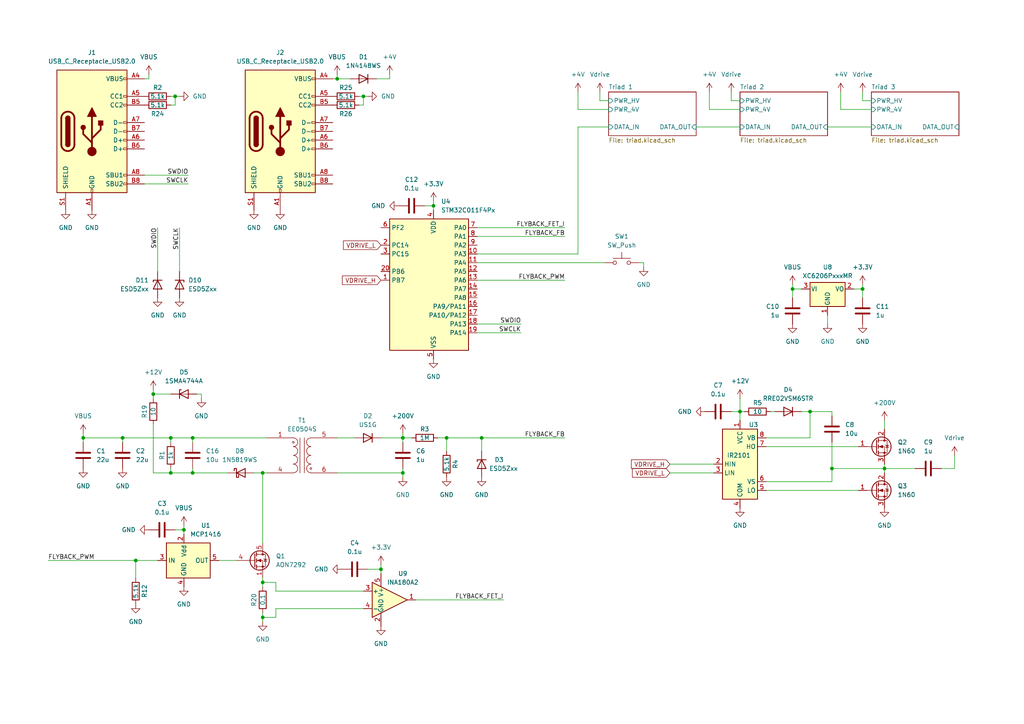
<source format=kicad_sch>
(kicad_sch (version 20230121) (generator eeschema)
  (paper "A4")
  (lib_symbols
    (symbol "Amplifier_Current:INA180A2" (pin_names (offset 0.127))
      (property "Reference" "U" (at 3.81 3.81 0))
      (property "Value" "INA180A2" (at 3.81 -2.54 0))
      (symbol "INA180A2_0_1"
        (polyline (pts (xy 5.08 0) (xy -5.08 5.08) (xy -5.08 -5.08) (xy 5.08 0)) (stroke (width 0.254)) (fill (type background)))
      )
      (symbol "INA180A2_1_1"
        (pin output line (at 7.62 0 180) (length 2.54) (name "~") (number "1"))
        (pin power_in line (at -2.54 -7.62 90) (length 3.81) (name "GND") (number "2"))
        (pin input line (at -7.62 2.54 0) (length 2.54) (name "+") (number "3"))
        (pin input line (at -7.62 -2.54 0) (length 2.54) (name "-") (number "4"))
        (pin power_in line (at -2.54 7.62 270) (length 3.81) (name "V+") (number "5"))
      )
    )
    (symbol "Connector:USB_C_Receptacle_USB2.0" (pin_names (offset 1.016))
      (property "Reference" "J" (at -10.16 19.05 0))
      (property "Value" "USB_C_Receptacle_USB2.0" (at 19.05 19.05 0))
      (symbol "USB_C_Receptacle_USB2.0_0_0"
        (rectangle (start -0.254 -17.78) (end 0.254 -16.764))
        (rectangle (start 10.16 -14.986) (end 9.144 -15.494))
        (rectangle (start 10.16 -12.446) (end 9.144 -12.954))
        (rectangle (start 10.16 -4.826) (end 9.144 -5.334))
        (rectangle (start 10.16 -2.286) (end 9.144 -2.794))
        (rectangle (start 10.16 0.254) (end 9.144 -0.254))
        (rectangle (start 10.16 2.794) (end 9.144 2.286))
        (rectangle (start 10.16 7.874) (end 9.144 7.366))
        (rectangle (start 10.16 10.414) (end 9.144 9.906))
        (rectangle (start 10.16 15.494) (end 9.144 14.986))
      )
      (symbol "USB_C_Receptacle_USB2.0_0_1"
        (rectangle (start -10.16 17.78) (end 10.16 -17.78) (stroke (width 0.254)) (fill (type background)))
        (arc (start -8.89 -3.81) (mid -6.985 -5.7067) (end -5.08 -3.81) (stroke (width 0.508)))
        (arc (start -7.62 -3.81) (mid -6.985 -4.4423) (end -6.35 -3.81) (stroke (width 0.254)))
        (arc (start -7.62 -3.81) (mid -6.985 -4.4423) (end -6.35 -3.81) (stroke (width 0.254)) (fill (type outline)))
        (rectangle (start -7.62 -3.81) (end -6.35 3.81) (stroke (width 0.254)) (fill (type outline)))
        (arc (start -6.35 3.81) (mid -6.985 4.4423) (end -7.62 3.81) (stroke (width 0.254)))
        (arc (start -6.35 3.81) (mid -6.985 4.4423) (end -7.62 3.81) (stroke (width 0.254)) (fill (type outline)))
        (arc (start -5.08 3.81) (mid -6.985 5.7067) (end -8.89 3.81) (stroke (width 0.508)))
        (circle (center -2.54 1.143) (radius 0.635) (stroke (width 0.254)) (fill (type outline)))
        (circle (center 0 -5.842) (radius 1.27) (fill (type outline)))
        (polyline (pts (xy -8.89 -3.81) (xy -8.89 3.81)) (stroke (width 0.508)))
        (polyline (pts (xy -5.08 3.81) (xy -5.08 -3.81)) (stroke (width 0.508)))
        (polyline (pts (xy 0 -5.842) (xy 0 4.318)) (stroke (width 0.508)))
        (polyline (pts (xy 0 -3.302) (xy -2.54 -0.762) (xy -2.54 0.508)) (stroke (width 0.508)))
        (polyline (pts (xy 0 -2.032) (xy 2.54 0.508) (xy 2.54 1.778)) (stroke (width 0.508)))
        (polyline (pts (xy -1.27 4.318) (xy 0 6.858) (xy 1.27 4.318) (xy -1.27 4.318)) (stroke (width 0.254)) (fill (type outline)))
        (rectangle (start 1.905 1.778) (end 3.175 3.048) (stroke (width 0.254)) (fill (type outline)))
      )
      (symbol "USB_C_Receptacle_USB2.0_1_1"
        (pin passive line (at 0 -22.86 90) (length 5.08) (name "GND") (number "A1"))
        (pin passive line (at 0 -22.86 90) (length 5.08) hide (name "GND") (number "A12"))
        (pin passive line (at 15.24 15.24 180) (length 5.08) (name "VBUS") (number "A4"))
        (pin bidirectional line (at 15.24 10.16 180) (length 5.08) (name "CC1") (number "A5"))
        (pin bidirectional line (at 15.24 -2.54 180) (length 5.08) (name "D+") (number "A6"))
        (pin bidirectional line (at 15.24 2.54 180) (length 5.08) (name "D-") (number "A7"))
        (pin bidirectional line (at 15.24 -12.7 180) (length 5.08) (name "SBU1") (number "A8"))
        (pin passive line (at 15.24 15.24 180) (length 5.08) hide (name "VBUS") (number "A9"))
        (pin passive line (at 0 -22.86 90) (length 5.08) hide (name "GND") (number "B1"))
        (pin passive line (at 0 -22.86 90) (length 5.08) hide (name "GND") (number "B12"))
        (pin passive line (at 15.24 15.24 180) (length 5.08) hide (name "VBUS") (number "B4"))
        (pin bidirectional line (at 15.24 7.62 180) (length 5.08) (name "CC2") (number "B5"))
        (pin bidirectional line (at 15.24 -5.08 180) (length 5.08) (name "D+") (number "B6"))
        (pin bidirectional line (at 15.24 0 180) (length 5.08) (name "D-") (number "B7"))
        (pin bidirectional line (at 15.24 -15.24 180) (length 5.08) (name "SBU2") (number "B8"))
        (pin passive line (at 15.24 15.24 180) (length 5.08) hide (name "VBUS") (number "B9"))
        (pin passive line (at -7.62 -22.86 90) (length 5.08) (name "SHIELD") (number "S1"))
      )
    )
    (symbol "Device:C" (pin_numbers hide) (pin_names (offset 0.254))
      (property "Reference" "C" (at 0.635 2.54 0))
      (property "Value" "C" (at 0.635 -2.54 0))
      (symbol "C_0_1"
        (polyline (pts (xy -2.032 -0.762) (xy 2.032 -0.762)) (stroke (width 0.508)))
        (polyline (pts (xy -2.032 0.762) (xy 2.032 0.762)) (stroke (width 0.508)))
      )
      (symbol "C_1_1"
        (pin passive line (at 0 3.81 270) (length 2.794) (name "~") (number "1"))
        (pin passive line (at 0 -3.81 90) (length 2.794) (name "~") (number "2"))
      )
    )
    (symbol "Device:R" (pin_numbers hide) (pin_names (offset 0))
      (property "Reference" "R" (at 2.032 0 90))
      (property "Value" "R" (at 0 0 90))
      (symbol "R_0_1"
        (rectangle (start -1.016 -2.54) (end 1.016 2.54) (stroke (width 0.254)))
      )
      (symbol "R_1_1"
        (pin passive line (at 0 3.81 270) (length 1.27) (name "~") (number "1"))
        (pin passive line (at 0 -3.81 90) (length 1.27) (name "~") (number "2"))
      )
    )
    (symbol "Diode:1N4148WS" (pin_numbers hide) (pin_names hide)
      (property "Reference" "D" (at 0 2.54 0))
      (property "Value" "1N4148WS" (at 0 -2.54 0))
      (symbol "1N4148WS_0_1"
        (polyline (pts (xy -1.27 1.27) (xy -1.27 -1.27)) (stroke (width 0.254)))
        (polyline (pts (xy 1.27 0) (xy -1.27 0)))
        (polyline (pts (xy 1.27 1.27) (xy 1.27 -1.27) (xy -1.27 0) (xy 1.27 1.27)) (stroke (width 0.254)))
      )
      (symbol "1N4148WS_1_1"
        (pin passive line (at -3.81 0 0) (length 2.54) (name "K") (number "1"))
        (pin passive line (at 3.81 0 180) (length 2.54) (name "A") (number "2"))
      )
    )
    (symbol "Diode:1N5819WS" (pin_numbers hide) (pin_names (offset 1.016) hide)
      (property "Reference" "D" (at 0 2.54 0))
      (property "Value" "1N5819WS" (at 0 -2.54 0))
      (symbol "1N5819WS_0_1"
        (polyline (pts (xy 1.27 0) (xy -1.27 0)))
        (polyline (pts (xy 1.27 1.27) (xy 1.27 -1.27) (xy -1.27 0) (xy 1.27 1.27)) (stroke (width 0.254)))
        (polyline (pts (xy -1.905 0.635) (xy -1.905 1.27) (xy -1.27 1.27) (xy -1.27 -1.27) (xy -0.635 -1.27) (xy -0.635 -0.635)) (stroke (width 0.254)))
      )
      (symbol "1N5819WS_1_1"
        (pin passive line (at -3.81 0 0) (length 2.54) (name "K") (number "1"))
        (pin passive line (at 3.81 0 180) (length 2.54) (name "A") (number "2"))
      )
    )
    (symbol "Diode:ESD5Zxx" (pin_numbers hide) (pin_names hide)
      (property "Reference" "D" (at 0 2.54 0))
      (property "Value" "ESD5Zxx" (at 0 -2.54 0))
      (symbol "ESD5Zxx_0_1"
        (polyline (pts (xy 1.27 0) (xy -1.27 0)))
        (polyline (pts (xy -1.27 -1.27) (xy -1.27 1.27) (xy -0.762 1.27)) (stroke (width 0.254)))
        (polyline (pts (xy 1.27 -1.27) (xy 1.27 1.27) (xy -1.27 0) (xy 1.27 -1.27)) (stroke (width 0.254)))
      )
      (symbol "ESD5Zxx_1_1"
        (pin passive line (at -3.81 0 0) (length 2.54) (name "K") (number "1"))
        (pin passive line (at 3.81 0 180) (length 2.54) (name "A") (number "2"))
      )
    )
    (symbol "Diode:US1G" (pin_numbers hide) (pin_names hide)
      (property "Reference" "D" (at 0 2.54 0))
      (property "Value" "US1G" (at 0 -2.54 0))
      (symbol "US1G_0_1"
        (polyline (pts (xy -1.27 1.27) (xy -1.27 -1.27)) (stroke (width 0.254)))
        (polyline (pts (xy 1.27 0) (xy -1.27 0)))
        (polyline (pts (xy 1.27 1.27) (xy 1.27 -1.27) (xy -1.27 0) (xy 1.27 1.27)) (stroke (width 0.254)))
      )
      (symbol "US1G_1_1"
        (pin passive line (at -3.81 0 0) (length 2.54) (name "K") (number "1"))
        (pin passive line (at 3.81 0 180) (length 2.54) (name "A") (number "2"))
      )
    )
    (symbol "Diode:Z1SMAxxx" (pin_numbers hide) (pin_names hide)
      (property "Reference" "D" (at 0 2.54 0))
      (property "Value" "Z1SMAxxx" (at 0 -2.54 0))
      (symbol "Z1SMAxxx_0_1"
        (polyline (pts (xy 1.27 0) (xy -1.27 0)))
        (polyline (pts (xy -1.27 -1.27) (xy -1.27 1.27) (xy -0.762 1.27)) (stroke (width 0.254)))
        (polyline (pts (xy 1.27 -1.27) (xy 1.27 1.27) (xy -1.27 0) (xy 1.27 -1.27)) (stroke (width 0.254)))
      )
      (symbol "Z1SMAxxx_1_1"
        (pin passive line (at -3.81 0 0) (length 2.54) (name "K") (number "1"))
        (pin passive line (at 3.81 0 180) (length 2.54) (name "A") (number "2"))
      )
    )
    (symbol "Driver_FET:IR2101"
      (property "Reference" "U" (at 1.27 13.335 0))
      (property "Value" "IR2101" (at 1.27 11.43 0))
      (symbol "IR2101_0_1"
        (rectangle (start -5.08 -10.16) (end 5.08 10.16) (stroke (width 0.254)) (fill (type background)))
      )
      (symbol "IR2101_1_1"
        (pin power_in line (at 0 12.7 270) (length 2.54) (name "VCC") (number "1"))
        (pin input line (at -7.62 0 0) (length 2.54) (name "HIN") (number "2"))
        (pin input line (at -7.62 -2.54 0) (length 2.54) (name "LIN") (number "3"))
        (pin power_in line (at 0 -12.7 90) (length 2.54) (name "COM") (number "4"))
        (pin output line (at 7.62 -7.62 180) (length 2.54) (name "LO") (number "5"))
        (pin passive line (at 7.62 -5.08 180) (length 2.54) (name "VS") (number "6"))
        (pin output line (at 7.62 5.08 180) (length 2.54) (name "HO") (number "7"))
        (pin passive line (at 7.62 7.62 180) (length 2.54) (name "VB") (number "8"))
      )
    )
    (symbol "Driver_FET:MCP1416"
      (property "Reference" "U" (at -5.08 6.35 0))
      (property "Value" "MCP1416" (at 1.27 6.35 0))
      (symbol "MCP1416_0_1"
        (rectangle (start -5.08 5.08) (end 7.62 -5.08) (stroke (width 0.254)) (fill (type background)))
      )
      (symbol "MCP1416_1_1"
        (pin no_connect line (at 7.62 -2.54 180) (length 2.54) hide (name "NC") (number "1"))
        (pin power_in line (at 0 7.62 270) (length 2.54) (name "Vdd") (number "2"))
        (pin input line (at -7.62 0 0) (length 2.54) (name "IN") (number "3"))
        (pin power_in line (at 0 -7.62 90) (length 2.54) (name "GND") (number "4"))
        (pin output line (at 10.16 0 180) (length 2.54) (name "OUT") (number "5"))
      )
    )
    (symbol "MCU_ST_STM32C0:STM32C011F4Px"
      (property "Reference" "U" (at -10.16 21.59 0))
      (property "Value" "STM32C011F4Px" (at 5.08 21.59 0))
      (symbol "STM32C011F4Px_0_1"
        (rectangle (start -10.16 -17.78) (end 12.7 20.32) (stroke (width 0.254)) (fill (type background)))
      )
      (symbol "STM32C011F4Px_1_1"
        (pin bidirectional line (at -12.7 2.54 0) (length 2.54) (name "PB7") (number "1"))
        (pin bidirectional line (at 15.24 10.16 180) (length 2.54) (name "PA3") (number "10"))
        (pin bidirectional line (at 15.24 7.62 180) (length 2.54) (name "PA4") (number "11"))
        (pin bidirectional line (at 15.24 5.08 180) (length 2.54) (name "PA5") (number "12"))
        (pin bidirectional line (at 15.24 2.54 180) (length 2.54) (name "PA6") (number "13"))
        (pin bidirectional line (at 15.24 0 180) (length 2.54) (name "PA7") (number "14"))
        (pin bidirectional line (at 15.24 -2.54 180) (length 2.54) (name "PA8") (number "15"))
        (pin bidirectional line (at 15.24 -5.08 180) (length 2.54) (name "PA9/PA11") (number "16"))
        (pin bidirectional line (at 15.24 -7.62 180) (length 2.54) (name "PA10/PA12") (number "17"))
        (pin bidirectional line (at 15.24 -10.16 180) (length 2.54) (name "PA13") (number "18"))
        (pin bidirectional line (at 15.24 -12.7 180) (length 2.54) (name "PA14") (number "19"))
        (pin bidirectional line (at -12.7 12.7 0) (length 2.54) (name "PC14") (number "2"))
        (pin bidirectional line (at -12.7 5.08 0) (length 2.54) (name "PB6") (number "20"))
        (pin bidirectional line (at -12.7 10.16 0) (length 2.54) (name "PC15") (number "3"))
        (pin power_in line (at 2.54 22.86 270) (length 2.54) (name "VDD") (number "4"))
        (pin power_in line (at 2.54 -20.32 90) (length 2.54) (name "VSS") (number "5"))
        (pin bidirectional line (at -12.7 17.78 0) (length 2.54) (name "PF2") (number "6"))
        (pin bidirectional line (at 15.24 17.78 180) (length 2.54) (name "PA0") (number "7"))
        (pin bidirectional line (at 15.24 15.24 180) (length 2.54) (name "PA1") (number "8"))
        (pin bidirectional line (at 15.24 12.7 180) (length 2.54) (name "PA2") (number "9"))
      )
    )
    (symbol "RRE02VSM6STR_2" (pin_numbers hide) (pin_names hide)
      (property "Reference" "D" (at 0 2.54 0))
      (property "Value" "RRE02VSM6STR" (at 0 -2.54 0))
      (symbol "RRE02VSM6STR_2_0_1"
        (polyline (pts (xy -1.27 1.27) (xy -1.27 -1.27)) (stroke (width 0.254)))
        (polyline (pts (xy 1.27 0) (xy -1.27 0)))
        (polyline (pts (xy 1.27 1.27) (xy 1.27 -1.27) (xy -1.27 0) (xy 1.27 1.27)) (stroke (width 0.254)))
      )
      (symbol "RRE02VSM6STR_2_1_1"
        (pin passive line (at -3.81 0 0) (length 2.54) (name "K") (number "1"))
        (pin passive line (at 3.81 0 180) (length 2.54) (name "A") (number "2"))
      )
    )
    (symbol "Regulator_Linear:XC6206PxxxMR" (pin_names (offset 0.254))
      (property "Reference" "U" (at -3.81 3.175 0))
      (property "Value" "XC6206PxxxMR" (at 0 3.175 0))
      (symbol "XC6206PxxxMR_0_1"
        (rectangle (start -5.08 1.905) (end 5.08 -5.08) (stroke (width 0.254)) (fill (type background)))
      )
      (symbol "XC6206PxxxMR_1_1"
        (pin power_in line (at 0 -7.62 90) (length 2.54) (name "GND") (number "1"))
        (pin power_out line (at 7.62 0 180) (length 2.54) (name "VO") (number "2"))
        (pin power_in line (at -7.62 0 0) (length 2.54) (name "VI") (number "3"))
      )
    )
    (symbol "Switch:SW_Push" (pin_numbers hide) (pin_names (offset 1.016) hide)
      (property "Reference" "SW" (at 1.27 2.54 0))
      (property "Value" "SW_Push" (at 0 -1.524 0))
      (symbol "SW_Push_0_1"
        (circle (center -2.032 0) (radius 0.508))
        (polyline (pts (xy 0 1.27) (xy 0 3.048)))
        (polyline (pts (xy 2.54 1.27) (xy -2.54 1.27)))
        (circle (center 2.032 0) (radius 0.508))
        (pin passive line (at -5.08 0 0) (length 2.54) (name "1") (number "1"))
        (pin passive line (at 5.08 0 180) (length 2.54) (name "2") (number "2"))
      )
    )
    (symbol "Transistor_FET:BSP89" (pin_names hide)
      (property "Reference" "Q" (at 5.08 1.905 0))
      (property "Value" "BSP89" (at 5.08 0 0))
      (symbol "BSP89_0_1"
        (polyline (pts (xy 0.254 0) (xy -2.54 0)))
        (polyline (pts (xy 0.254 1.905) (xy 0.254 -1.905)) (stroke (width 0.254)))
        (polyline (pts (xy 0.762 -1.27) (xy 0.762 -2.286)) (stroke (width 0.254)))
        (polyline (pts (xy 0.762 0.508) (xy 0.762 -0.508)) (stroke (width 0.254)))
        (polyline (pts (xy 0.762 2.286) (xy 0.762 1.27)) (stroke (width 0.254)))
        (polyline (pts (xy 2.54 2.54) (xy 2.54 1.778)))
        (polyline (pts (xy 2.54 -2.54) (xy 2.54 0) (xy 0.762 0)))
        (polyline (pts (xy 0.762 -1.778) (xy 3.302 -1.778) (xy 3.302 1.778) (xy 0.762 1.778)))
        (polyline (pts (xy 1.016 0) (xy 2.032 0.381) (xy 2.032 -0.381) (xy 1.016 0)) (fill (type outline)))
        (polyline (pts (xy 2.794 0.508) (xy 2.921 0.381) (xy 3.683 0.381) (xy 3.81 0.254)))
        (polyline (pts (xy 3.302 0.381) (xy 2.921 -0.254) (xy 3.683 -0.254) (xy 3.302 0.381)))
        (circle (center 1.651 0) (radius 2.794) (stroke (width 0.254)))
        (circle (center 2.54 -1.778) (radius 0.254) (fill (type outline)))
        (circle (center 2.54 1.778) (radius 0.254) (fill (type outline)))
      )
      (symbol "BSP89_1_1"
        (pin input line (at -5.08 0 0) (length 2.54) (name "G") (number "1"))
        (pin passive line (at 2.54 5.08 270) (length 2.54) (name "D") (number "2"))
        (pin passive line (at 2.54 -5.08 90) (length 2.54) (name "S") (number "3"))
      )
    )
    (symbol "Transistor_FET:CSD16325Q5" (pin_names hide)
      (property "Reference" "Q" (at 5.08 1.905 0))
      (property "Value" "CSD16325Q5" (at 5.08 0 0))
      (symbol "CSD16325Q5_0_1"
        (polyline (pts (xy 0.254 0) (xy -2.54 0)))
        (polyline (pts (xy 0.254 1.905) (xy 0.254 -1.905)) (stroke (width 0.254)))
        (polyline (pts (xy 0.762 -1.27) (xy 0.762 -2.286)) (stroke (width 0.254)))
        (polyline (pts (xy 0.762 0.508) (xy 0.762 -0.508)) (stroke (width 0.254)))
        (polyline (pts (xy 0.762 2.286) (xy 0.762 1.27)) (stroke (width 0.254)))
        (polyline (pts (xy 2.54 2.54) (xy 2.54 1.778)))
        (polyline (pts (xy 2.54 -2.54) (xy 2.54 0) (xy 0.762 0)))
        (polyline (pts (xy 0.762 -1.778) (xy 3.302 -1.778) (xy 3.302 1.778) (xy 0.762 1.778)))
        (polyline (pts (xy 1.016 0) (xy 2.032 0.381) (xy 2.032 -0.381) (xy 1.016 0)) (fill (type outline)))
        (polyline (pts (xy 2.794 0.508) (xy 2.921 0.381) (xy 3.683 0.381) (xy 3.81 0.254)))
        (polyline (pts (xy 3.302 0.381) (xy 2.921 -0.254) (xy 3.683 -0.254) (xy 3.302 0.381)))
        (circle (center 1.651 0) (radius 2.794) (stroke (width 0.254)))
        (circle (center 2.54 -1.778) (radius 0.254) (fill (type outline)))
        (circle (center 2.54 1.778) (radius 0.254) (fill (type outline)))
      )
      (symbol "CSD16325Q5_1_1"
        (pin passive line (at 2.54 -5.08 90) (length 2.54) (name "S") (number "1"))
        (pin passive line (at 2.54 -5.08 90) (length 2.54) hide (name "S") (number "2"))
        (pin passive line (at 2.54 -5.08 90) (length 2.54) hide (name "S") (number "3"))
        (pin passive line (at -5.08 0 0) (length 2.54) (name "G") (number "4"))
        (pin passive line (at 2.54 5.08 270) (length 2.54) (name "D") (number "5"))
      )
    )
    (symbol "__schLib:+200V" (power) (pin_names (offset 0))
      (property "Value" "+200V" (at 0 3.556 0))
      (symbol "+200V_0_1"
        (polyline (pts (xy -0.762 1.27) (xy 0 2.54)))
        (polyline (pts (xy 0 0) (xy 0 2.54)))
        (polyline (pts (xy 0 2.54) (xy 0.762 1.27)))
      )
      (symbol "+200V_1_1"
        (pin power_in line (at 0 0 90) (length 0) hide (name "+200V") (number "1"))
      )
    )
    (symbol "__schLib:EE0504S" (pin_names (offset 1.016) hide)
      (property "Reference" "T" (at 0 6.35 0))
      (property "Value" "EE0504S" (at 0 -7.62 0))
      (symbol "EE0504S_0_1"
        (arc (start -2.54 -5.0546) (mid -1.6599 -4.6901) (end -1.27 -3.81))
        (arc (start -2.54 -2.5146) (mid -1.6599 -2.1501) (end -1.27 -1.27))
        (arc (start -2.54 0.0254) (mid -1.6599 0.3899) (end -1.27 1.27))
        (arc (start -2.54 2.5654) (mid -1.6599 2.9299) (end -1.27 3.81))
        (circle (center -2.54 3.81) (radius 0.254))
        (arc (start -1.27 -3.81) (mid -1.642 -2.912) (end -2.54 -2.54))
        (arc (start -1.27 -1.27) (mid -1.642 -0.372) (end -2.54 0))
        (arc (start -1.27 1.27) (mid -1.642 2.168) (end -2.54 2.54))
        (arc (start -1.27 3.81) (mid -1.642 4.708) (end -2.54 5.08))
        (polyline (pts (xy -0.635 5.08) (xy -0.635 -5.08)))
        (polyline (pts (xy 0.635 -5.08) (xy 0.635 5.08)))
        (arc (start 1.2954 -1.27) (mid 1.6599 -2.1501) (end 2.54 -2.5146))
        (arc (start 1.2954 1.27) (mid 1.6599 0.3899) (end 2.54 0.0254))
        (arc (start 1.2954 3.81) (mid 1.6599 2.9299) (end 2.54 2.5654))
        (arc (start 1.3208 -3.81) (mid 1.6853 -4.6901) (end 2.5654 -5.0546))
        (circle (center 2.54 -3.81) (radius 0.254))
        (arc (start 2.54 0) (mid 1.642 -0.372) (end 1.2954 -1.27))
        (arc (start 2.54 2.54) (mid 1.642 2.168) (end 1.2954 1.27))
        (arc (start 2.54 5.08) (mid 1.642 4.708) (end 1.2954 3.81))
        (arc (start 2.5654 -2.54) (mid 1.6674 -2.912) (end 1.3208 -3.81))
      )
      (symbol "EE0504S_1_1"
        (pin passive line (at -10.16 5.08 0) (length 7.62) (name "AA") (number "1"))
        (pin passive line (at 0 2.54 0) (length 0) hide (name "CA") (number "2"))
        (pin passive line (at 0 1.27 0) (length 0) hide (name "CB") (number "3"))
        (pin passive line (at -10.16 -5.08 0) (length 7.62) (name "AB") (number "4"))
        (pin passive line (at 10.16 5.08 180) (length 7.62) (name "BB") (number "5"))
        (pin passive line (at 10.16 -5.08 180) (length 7.62) (name "BA") (number "6"))
      )
    )
    (symbol "power:+12V" (power) (pin_names (offset 0))
      (property "Value" "+12V" (at 0 3.556 0))
      (symbol "+12V_0_1"
        (polyline (pts (xy -0.762 1.27) (xy 0 2.54)))
        (polyline (pts (xy 0 0) (xy 0 2.54)))
        (polyline (pts (xy 0 2.54) (xy 0.762 1.27)))
      )
      (symbol "+12V_1_1"
        (pin power_in line (at 0 0 90) (length 0) hide (name "+12V") (number "1"))
      )
    )
    (symbol "power:+3.3V" (power) (pin_names (offset 0))
      (property "Value" "+3.3V" (at 0 3.556 0))
      (symbol "+3.3V_0_1"
        (polyline (pts (xy -0.762 1.27) (xy 0 2.54)))
        (polyline (pts (xy 0 0) (xy 0 2.54)))
        (polyline (pts (xy 0 2.54) (xy 0.762 1.27)))
      )
      (symbol "+3.3V_1_1"
        (pin power_in line (at 0 0 90) (length 0) hide (name "+3.3V") (number "1"))
      )
    )
    (symbol "power:+4V" (power) (pin_names (offset 0))
      (property "Value" "+4V" (at 0 3.556 0))
      (symbol "+4V_0_1"
        (polyline (pts (xy -0.762 1.27) (xy 0 2.54)))
        (polyline (pts (xy 0 0) (xy 0 2.54)))
        (polyline (pts (xy 0 2.54) (xy 0.762 1.27)))
      )
      (symbol "+4V_1_1"
        (pin power_in line (at 0 0 90) (length 0) hide (name "+4V") (number "1"))
      )
    )
    (symbol "power:GND" (power) (pin_names (offset 0))
      (property "Value" "GND" (at 0 -3.81 0))
      (symbol "GND_0_1"
        (polyline (pts (xy 0 0) (xy 0 -1.27) (xy 1.27 -1.27) (xy 0 -2.54) (xy -1.27 -1.27) (xy 0 -1.27)))
      )
      (symbol "GND_1_1"
        (pin power_in line (at 0 0 270) (length 0) hide (name "GND") (number "1"))
      )
    )
    (symbol "power:VBUS" (power) (pin_names (offset 0))
      (property "Value" "VBUS" (at 0 3.81 0))
      (symbol "VBUS_0_1"
        (polyline (pts (xy -0.762 1.27) (xy 0 2.54)))
        (polyline (pts (xy 0 0) (xy 0 2.54)))
        (polyline (pts (xy 0 2.54) (xy 0.762 1.27)))
      )
      (symbol "VBUS_1_1"
        (pin power_in line (at 0 0 90) (length 0) hide (name "VBUS") (number "1"))
      )
    )
    (symbol "power:Vdrive" (power) (pin_names (offset 0))
      (property "Value" "Vdrive" (at 0 3.81 0))
      (symbol "Vdrive_0_1"
        (polyline (pts (xy -0.762 1.27) (xy 0 2.54)))
        (polyline (pts (xy 0 0) (xy 0 2.54)))
        (polyline (pts (xy 0 2.54) (xy 0.762 1.27)))
      )
      (symbol "Vdrive_1_1"
        (pin power_in line (at 0 0 90) (length 0) hide (name "Vdrive") (number "1"))
      )
    )
  )
  (junction (at 44.45 114.3))
  (junction (at 35.56 127))
  (junction (at 76.2 137.16))
  (junction (at 214.63 119.38))
  (junction (at 39.37 162.56))
  (junction (at 50.8 27.94))
  (junction (at 229.87 83.82))
  (junction (at 116.84 137.16))
  (junction (at 49.53 127))
  (junction (at 55.88 137.16))
  (junction (at 116.84 127))
  (junction (at 76.2 179.07))
  (junction (at 234.95 119.38))
  (junction (at 139.7 127))
  (junction (at 129.54 127))
  (junction (at 49.53 137.16))
  (junction (at 55.88 127))
  (junction (at 256.54 135.89))
  (junction (at 241.3 135.89))
  (junction (at 105.41 27.94))
  (junction (at 110.49 165.1))
  (junction (at 76.2 168.91))
  (junction (at 24.13 127))
  (junction (at 97.79 22.86))
  (junction (at 53.34 153.67))
  (junction (at 250.19 83.82))
  (junction (at 125.73 59.69))
  (wire (pts (xy 241.3 119.38) (xy 241.3 120.65)))
  (wire (pts (xy 194.31 134.62) (xy 207.01 134.62)))
  (wire (pts (xy 50.8 27.94) (xy 50.8 30.48)))
  (wire (pts (xy 49.53 127) (xy 55.88 127)))
  (wire (pts (xy 173.99 26.67) (xy 173.99 29.21)))
  (wire (pts (xy 252.73 31.75) (xy 243.84 31.75)))
  (wire (pts (xy 104.14 30.48) (xy 105.41 30.48)))
  (wire (pts (xy 138.43 76.2) (xy 175.26 76.2)))
  (wire (pts (xy 139.7 127) (xy 129.54 127)))
  (wire (pts (xy 102.87 127) (xy 97.79 127)))
  (wire (pts (xy 139.7 127) (xy 139.7 130.81)))
  (wire (pts (xy 44.45 137.16) (xy 49.53 137.16)))
  (wire (pts (xy 43.18 22.86) (xy 41.91 22.86)))
  (wire (pts (xy 185.42 76.2) (xy 186.69 76.2)))
  (wire (pts (xy 110.49 163.83) (xy 110.49 165.1)))
  (wire (pts (xy 250.19 26.67) (xy 250.19 29.21)))
  (wire (pts (xy 44.45 123.19) (xy 44.45 137.16)))
  (wire (pts (xy 214.63 31.75) (xy 205.74 31.75)))
  (wire (pts (xy 241.3 128.27) (xy 241.3 135.89)))
  (wire (pts (xy 35.56 128.27) (xy 35.56 127)))
  (wire (pts (xy 43.18 21.59) (xy 43.18 22.86)))
  (wire (pts (xy 76.2 168.91) (xy 80.01 168.91)))
  (wire (pts (xy 212.09 119.38) (xy 214.63 119.38)))
  (wire (pts (xy 49.53 30.48) (xy 50.8 30.48)))
  (wire (pts (xy 240.03 91.44) (xy 240.03 93.98)))
  (wire (pts (xy 223.52 119.38) (xy 224.79 119.38)))
  (wire (pts (xy 110.49 127) (xy 116.84 127)))
  (wire (pts (xy 80.01 168.91) (xy 80.01 171.45)))
  (wire (pts (xy 240.03 36.83) (xy 252.73 36.83)))
  (wire (pts (xy 116.84 125.73) (xy 116.84 127)))
  (wire (pts (xy 116.84 137.16) (xy 116.84 135.89)))
  (wire (pts (xy 167.64 31.75) (xy 167.64 26.67)))
  (wire (pts (xy 57.15 114.3) (xy 58.42 114.3)))
  (wire (pts (xy 77.47 137.16) (xy 76.2 137.16)))
  (wire (pts (xy 120.65 173.99) (xy 146.05 173.99)))
  (wire (pts (xy 53.34 153.67) (xy 53.34 154.94)))
  (wire (pts (xy 80.01 176.53) (xy 105.41 176.53)))
  (wire (pts (xy 55.88 127) (xy 55.88 128.27)))
  (wire (pts (xy 234.95 119.38) (xy 241.3 119.38)))
  (wire (pts (xy 49.53 137.16) (xy 55.88 137.16)))
  (wire (pts (xy 80.01 179.07) (xy 80.01 176.53)))
  (wire (pts (xy 76.2 170.18) (xy 76.2 168.91)))
  (wire (pts (xy 138.43 66.04) (xy 163.83 66.04)))
  (wire (pts (xy 167.64 36.83) (xy 167.64 73.66)))
  (wire (pts (xy 243.84 31.75) (xy 243.84 26.67)))
  (wire (pts (xy 104.14 27.94) (xy 105.41 27.94)))
  (wire (pts (xy 44.45 113.03) (xy 44.45 114.3)))
  (wire (pts (xy 76.2 179.07) (xy 76.2 177.8)))
  (wire (pts (xy 97.79 22.86) (xy 101.6 22.86)))
  (wire (pts (xy 234.95 127) (xy 234.95 119.38)))
  (wire (pts (xy 113.03 22.86) (xy 113.03 21.59)))
  (wire (pts (xy 186.69 76.2) (xy 186.69 77.47)))
  (wire (pts (xy 138.43 81.28) (xy 163.83 81.28)))
  (wire (pts (xy 44.45 114.3) (xy 49.53 114.3)))
  (wire (pts (xy 49.53 135.89) (xy 49.53 137.16)))
  (wire (pts (xy 45.72 66.04) (xy 45.72 78.74)))
  (wire (pts (xy 105.41 171.45) (xy 80.01 171.45)))
  (wire (pts (xy 241.3 139.7) (xy 241.3 135.89)))
  (wire (pts (xy 53.34 152.4) (xy 53.34 153.67)))
  (wire (pts (xy 250.19 29.21) (xy 252.73 29.21)))
  (wire (pts (xy 222.25 127) (xy 234.95 127)))
  (wire (pts (xy 77.47 127) (xy 55.88 127)))
  (wire (pts (xy 256.54 135.89) (xy 265.43 135.89)))
  (wire (pts (xy 24.13 127) (xy 35.56 127)))
  (wire (pts (xy 123.19 59.69) (xy 125.73 59.69)))
  (wire (pts (xy 49.53 27.94) (xy 50.8 27.94)))
  (wire (pts (xy 247.65 83.82) (xy 250.19 83.82)))
  (wire (pts (xy 256.54 134.62) (xy 256.54 135.89)))
  (wire (pts (xy 205.74 31.75) (xy 205.74 26.67)))
  (wire (pts (xy 229.87 82.55) (xy 229.87 83.82)))
  (wire (pts (xy 44.45 114.3) (xy 44.45 115.57)))
  (wire (pts (xy 194.31 137.16) (xy 207.01 137.16)))
  (wire (pts (xy 250.19 82.55) (xy 250.19 83.82)))
  (wire (pts (xy 63.5 162.56) (xy 68.58 162.56)))
  (wire (pts (xy 116.84 127) (xy 119.38 127)))
  (wire (pts (xy 24.13 125.73) (xy 24.13 127)))
  (wire (pts (xy 97.79 137.16) (xy 116.84 137.16)))
  (wire (pts (xy 229.87 83.82) (xy 229.87 86.36)))
  (wire (pts (xy 212.09 29.21) (xy 214.63 29.21)))
  (wire (pts (xy 222.25 129.54) (xy 248.92 129.54)))
  (wire (pts (xy 201.93 36.83) (xy 214.63 36.83)))
  (wire (pts (xy 110.49 165.1) (xy 110.49 166.37)))
  (wire (pts (xy 138.43 68.58) (xy 163.83 68.58)))
  (wire (pts (xy 176.53 31.75) (xy 167.64 31.75)))
  (wire (pts (xy 125.73 58.42) (xy 125.73 59.69)))
  (wire (pts (xy 273.05 135.89) (xy 276.86 135.89)))
  (wire (pts (xy 241.3 135.89) (xy 256.54 135.89)))
  (wire (pts (xy 50.8 27.94) (xy 52.07 27.94)))
  (wire (pts (xy 139.7 127) (xy 163.83 127)))
  (wire (pts (xy 222.25 142.24) (xy 248.92 142.24)))
  (wire (pts (xy 49.53 128.27) (xy 49.53 127)))
  (wire (pts (xy 256.54 135.89) (xy 256.54 137.16)))
  (wire (pts (xy 232.41 119.38) (xy 234.95 119.38)))
  (wire (pts (xy 55.88 137.16) (xy 55.88 135.89)))
  (wire (pts (xy 214.63 119.38) (xy 215.9 119.38)))
  (wire (pts (xy 214.63 119.38) (xy 214.63 121.92)))
  (wire (pts (xy 76.2 168.91) (xy 76.2 167.64)))
  (wire (pts (xy 176.53 36.83) (xy 167.64 36.83)))
  (wire (pts (xy 54.61 50.8) (xy 41.91 50.8)))
  (wire (pts (xy 105.41 27.94) (xy 105.41 30.48)))
  (wire (pts (xy 35.56 127) (xy 49.53 127)))
  (wire (pts (xy 250.19 83.82) (xy 250.19 86.36)))
  (wire (pts (xy 24.13 127) (xy 24.13 128.27)))
  (wire (pts (xy 54.61 53.34) (xy 41.91 53.34)))
  (wire (pts (xy 109.22 22.86) (xy 113.03 22.86)))
  (wire (pts (xy 151.13 93.98) (xy 138.43 93.98)))
  (wire (pts (xy 58.42 114.3) (xy 58.42 115.57)))
  (wire (pts (xy 39.37 162.56) (xy 39.37 167.64)))
  (wire (pts (xy 105.41 27.94) (xy 106.68 27.94)))
  (wire (pts (xy 52.07 66.04) (xy 52.07 78.74)))
  (wire (pts (xy 173.99 29.21) (xy 176.53 29.21)))
  (wire (pts (xy 76.2 137.16) (xy 76.2 157.48)))
  (wire (pts (xy 127 127) (xy 129.54 127)))
  (wire (pts (xy 66.04 137.16) (xy 55.88 137.16)))
  (wire (pts (xy 229.87 83.82) (xy 232.41 83.82)))
  (wire (pts (xy 256.54 121.92) (xy 256.54 124.46)))
  (wire (pts (xy 50.8 153.67) (xy 53.34 153.67)))
  (wire (pts (xy 73.66 137.16) (xy 76.2 137.16)))
  (wire (pts (xy 129.54 127) (xy 129.54 130.81)))
  (wire (pts (xy 151.13 96.52) (xy 138.43 96.52)))
  (wire (pts (xy 138.43 73.66) (xy 167.64 73.66)))
  (wire (pts (xy 13.97 162.56) (xy 39.37 162.56)))
  (wire (pts (xy 125.73 59.69) (xy 125.73 60.96)))
  (wire (pts (xy 214.63 115.57) (xy 214.63 119.38)))
  (wire (pts (xy 222.25 139.7) (xy 241.3 139.7)))
  (wire (pts (xy 116.84 127) (xy 116.84 128.27)))
  (wire (pts (xy 39.37 162.56) (xy 45.72 162.56)))
  (wire (pts (xy 106.68 165.1) (xy 110.49 165.1)))
  (wire (pts (xy 97.79 21.59) (xy 97.79 22.86)))
  (wire (pts (xy 76.2 179.07) (xy 80.01 179.07)))
  (wire (pts (xy 116.84 137.16) (xy 116.84 138.43)))
  (wire (pts (xy 212.09 26.67) (xy 212.09 29.21)))
  (wire (pts (xy 97.79 22.86) (xy 96.52 22.86)))
  (wire (pts (xy 76.2 180.34) (xy 76.2 179.07)))
  (wire (pts (xy 276.86 135.89) (xy 276.86 132.08)))
  (label "FLYBACK_PWM" (at 13.97 162.56 0))
  (label "SWDIO" (at 45.72 66.04 270))
  (label "SWCLK" (at 52.07 66.04 270))
  (label "FLYBACK_FB" (at 163.83 127 180))
  (label "FLYBACK_FB" (at 163.83 68.58 180))
  (label "FLYBACK_FET_I" (at 163.83 66.04 180))
  (label "SWDIO" (at 151.13 93.98 180))
  (label "FLYBACK_PWM" (at 163.83 81.28 180))
  (label "FLYBACK_FET_I" (at 146.05 173.99 180))
  (label "SWCLK" (at 54.61 53.34 180))
  (label "SWCLK" (at 151.13 96.52 180))
  (label "SWDIO" (at 54.61 50.8 180))
  (global_label "VDRIVE_L" (shape input) (at 110.49 71.12 180) (property "Intersheetrefs" "${INTERSHEET_REFS}" (effects hide)))
  (global_label "VDRIVE_L" (shape input) (at 194.31 137.16 180) (property "Intersheetrefs" "${INTERSHEET_REFS}" (effects hide)))
  (global_label "VDRIVE_H" (shape input) (at 110.49 81.28 180) (property "Intersheetrefs" "${INTERSHEET_REFS}" (effects hide)))
  (global_label "VDRIVE_H" (shape input) (at 194.31 134.62 180) (property "Intersheetrefs" "${INTERSHEET_REFS}" (effects hide)))
  (symbol (lib_id "Diode:ESD5Zxx") (at 52.07 82.55 270) (unit 1)
    (property "Reference" "D10" (at 54.61 81.28 90) (effects (justify left)))
    (property "Value" "ESD5Zxx" (at 54.61 83.82 90) (effects (justify left)))
    (property "Footprint" "Diode_SMD:D_SOD-523" (effects hide))
    (property "Datasheet" "https://www.onsemi.com/pdf/datasheet/esd5z2.5t1-d.pdf" (effects hide))
  )
  (symbol (lib_id "Transistor_FET:BSP89") (at 254 142.24 0) (unit 1)
    (property "Reference" "Q3" (at 260.35 140.97 0) (effects (justify left)))
    (property "Value" "1N60" (at 260.35 143.51 0) (effects (justify left)))
    (property "Footprint" "Package_TO_SOT_SMD:SOT-223-3_TabPin2" (effects hide))
  )
  (symbol (lib_id "Amplifier_Current:INA180A2") (at 113.03 173.99 0) (unit 1)
    (property "Reference" "U9" (at 116.84 166.37 0))
    (property "Value" "INA180A2" (at 116.84 168.91 0))
    (property "Footprint" "Package_TO_SOT_SMD:SOT-23-5" (effects hide))
    (property "Datasheet" "http://www.ti.com/lit/ds/symlink/ina180.pdf" (effects hide))
  )
  (symbol (lib_id "Device:R") (at 123.19 127 270) (mirror x) (unit 1)
    (property "Reference" "R3" (at 123.19 124.46 90))
    (property "Value" "1M" (at 123.19 127 90))
    (property "Footprint" "Resistor_SMD:R_1206_3216Metric" (effects hide))
  )
  (symbol (lib_id "Diode:ESD5Zxx") (at 45.72 82.55 90) (mirror x) (unit 1)
    (property "Reference" "D11" (at 43.18 81.28 90) (effects (justify left)))
    (property "Value" "ESD5Zxx" (at 43.18 83.82 90) (effects (justify left)))
    (property "Footprint" "Diode_SMD:D_SOD-523" (effects hide))
    (property "Datasheet" "https://www.onsemi.com/pdf/datasheet/esd5z2.5t1-d.pdf" (effects hide))
  )
  (symbol (lib_id "power:VBUS") (at 53.34 152.4 0) (unit 1)
    (property "Reference" "#PWR01" (effects hide))
    (property "Value" "VBUS" (at 53.34 147.32 0))
  )
  (symbol (lib_id "power:GND") (at 39.37 175.26 0) (mirror y) (unit 1)
    (property "Reference" "#PWR040" (effects hide))
    (property "Value" "GND" (at 39.37 180.34 0))
  )
  (symbol (lib_id "Device:R") (at 219.71 119.38 90) (unit 1)
    (property "Reference" "R5" (at 219.71 116.84 90))
    (property "Value" "10" (at 219.71 119.38 90))
    (property "Footprint" "Resistor_SMD:R_0402_1005Metric" (effects hide))
  )
  (symbol (lib_name "RRE02VSM6STR_2") (lib_id "__schLib:RRE02VSM6STR") (at 228.6 119.38 0) (mirror y) (unit 1)
    (property "Reference" "D4" (at 228.6 113.03 0))
    (property "Value" "RRE02VSM6STR" (at 228.6 115.57 0))
    (property "Footprint" "__my:SOD-323HE" (effects hide))
    (property "Sim.Device" "D" (effects hide))
    (property "Sim.Pins" "1=K 2=A" (effects hide))
  )
  (symbol (lib_id "Switch:SW_Push") (at 180.34 76.2 0) (unit 1)
    (property "Reference" "SW1" (at 180.34 68.58 0))
    (property "Value" "SW_Push" (at 180.34 71.12 0))
    (property "Footprint" "Button_Switch_SMD:SW_SPST_CK_RS282G05A3" (effects hide))
  )
  (symbol (lib_id "__schLib:EE0504S") (at 87.63 132.08 0) (unit 1)
    (property "Reference" "T1" (at 87.63 121.92 0))
    (property "Value" "EE0504S" (at 87.63 124.46 0))
    (property "Footprint" "__my:EE0504S" (effects hide))
  )
  (symbol (lib_id "Device:C") (at 24.13 132.08 0) (unit 1)
    (property "Reference" "C1" (at 27.94 130.81 0) (effects (justify left)))
    (property "Value" "22u" (at 27.94 133.35 0) (effects (justify left)))
    (property "Footprint" "Capacitor_SMD:C_1206_3216Metric" (effects hide))
  )
  (symbol (lib_id "Transistor_FET:BSP89") (at 254 129.54 0) (unit 1)
    (property "Reference" "Q2" (at 260.35 128.27 0) (effects (justify left)))
    (property "Value" "1N60" (at 260.35 130.81 0) (effects (justify left)))
    (property "Footprint" "Package_TO_SOT_SMD:SOT-223-3_TabPin2" (effects hide))
  )
  (symbol (lib_id "power:GND") (at 106.68 27.94 90) (mirror x) (unit 1)
    (property "Reference" "#PWR065" (effects hide))
    (property "Value" "GND" (at 110.49 27.94 90) (effects (justify right)))
  )
  (symbol (lib_id "Device:R") (at 45.72 30.48 270) (unit 1)
    (property "Reference" "R24" (at 45.72 33.02 90))
    (property "Value" "5.1k" (at 45.72 30.48 90))
    (property "Footprint" "Resistor_SMD:R_0402_1005Metric" (effects hide))
  )
  (symbol (lib_id "Device:R") (at 39.37 171.45 0) (mirror x) (unit 1)
    (property "Reference" "R12" (at 41.91 171.45 90))
    (property "Value" "5.1k" (at 39.37 171.45 90))
    (property "Footprint" "Resistor_SMD:R_0402_1005Metric" (effects hide))
  )
  (symbol (lib_id "power:+3.3V") (at 125.73 58.42 0) (unit 1)
    (property "Reference" "#PWR038" (effects hide))
    (property "Value" "+3.3V" (at 125.73 53.34 0))
  )
  (symbol (lib_id "Device:C") (at 241.3 124.46 180) (unit 1)
    (property "Reference" "C8" (at 245.11 123.19 0) (effects (justify right)))
    (property "Value" "10u" (at 245.11 125.73 0) (effects (justify right)))
    (property "Footprint" "Capacitor_SMD:C_0603_1608Metric" (effects hide))
  )
  (symbol (lib_id "power:+4V") (at 113.03 21.59 0) (unit 1)
    (property "Reference" "#PWR028" (effects hide))
    (property "Value" "+4V" (at 113.03 16.51 0))
  )
  (symbol (lib_id "Diode:1N4148WS") (at 105.41 22.86 180) (unit 1)
    (property "Reference" "D1" (at 105.41 16.51 0))
    (property "Value" "1N4148WS" (at 105.41 19.05 0))
    (property "Footprint" "Diode_SMD:D_SOD-323" (effects hide))
    (property "Datasheet" "https://www.vishay.com/docs/85751/1n4148ws.pdf" (effects hide))
    (property "Sim.Device" "D" (effects hide))
    (property "Sim.Pins" "1=K 2=A" (effects hide))
  )
  (symbol (lib_id "power:VBUS") (at 24.13 125.73 0) (unit 1)
    (property "Reference" "#PWR041" (effects hide))
    (property "Value" "VBUS" (at 24.13 120.65 0))
  )
  (symbol (lib_id "Device:R") (at 44.45 119.38 180) (unit 1)
    (property "Reference" "R19" (at 41.91 119.38 90))
    (property "Value" "10" (at 44.45 119.38 90))
    (property "Footprint" "Resistor_SMD:R_0402_1005Metric" (effects hide))
  )
  (symbol (lib_id "power:GND") (at 19.05 60.96 0) (mirror y) (unit 1)
    (property "Reference" "#PWR062" (effects hide))
    (property "Value" "GND" (at 19.05 66.04 0))
  )
  (symbol (lib_id "Device:R") (at 100.33 30.48 270) (unit 1)
    (property "Reference" "R26" (at 100.33 33.02 90))
    (property "Value" "5.1k" (at 100.33 30.48 90))
    (property "Footprint" "Resistor_SMD:R_0402_1005Metric" (effects hide))
  )
  (symbol (lib_id "power:GND") (at 99.06 165.1 270) (unit 1)
    (property "Reference" "#PWR047" (effects hide))
    (property "Value" "GND" (at 95.25 165.1 90) (effects (justify right)))
  )
  (symbol (lib_id "power:GND") (at 24.13 135.89 0) (mirror y) (unit 1)
    (property "Reference" "#PWR02" (effects hide))
    (property "Value" "GND" (at 24.13 140.97 0))
  )
  (symbol (lib_id "Device:C") (at 55.88 132.08 180) (unit 1)
    (property "Reference" "C16" (at 59.69 130.81 0) (effects (justify right)))
    (property "Value" "10u" (at 59.69 133.35 0) (effects (justify right)))
    (property "Footprint" "Capacitor_SMD:C_0603_1608Metric" (effects hide))
  )
  (symbol (lib_id "Device:C") (at 35.56 132.08 0) (unit 1)
    (property "Reference" "C2" (at 39.37 130.81 0) (effects (justify left)))
    (property "Value" "22u" (at 39.37 133.35 0) (effects (justify left)))
    (property "Footprint" "Capacitor_SMD:C_1206_3216Metric" (effects hide))
  )
  (symbol (lib_id "power:+3.3V") (at 250.19 82.55 0) (unit 1)
    (property "Reference" "#PWR024" (effects hide))
    (property "Value" "+3.3V" (at 250.19 77.47 0))
  )
  (symbol (lib_id "power:Vdrive") (at 173.99 26.67 0) (unit 1)
    (property "Reference" "#PWR029" (effects hide))
    (property "Value" "Vdrive" (at 173.99 21.59 0))
  )
  (symbol (lib_id "Connector:USB_C_Receptacle_USB2.0") (at 81.28 38.1 0) (unit 1)
    (property "Reference" "J2" (at 81.28 15.24 0))
    (property "Value" "USB_C_Receptacle_USB2.0" (at 81.28 17.78 0))
    (property "Footprint" "Connector_USB:USB_C_Receptacle_HRO_TYPE-C-31-M-12" (effects hide))
    (property "Datasheet" "https://www.usb.org/sites/default/files/documents/usb_type-c.zip" (effects hide))
  )
  (symbol (lib_id "power:GND") (at 125.73 104.14 0) (mirror y) (unit 1)
    (property "Reference" "#PWR063" (effects hide))
    (property "Value" "GND" (at 125.73 109.22 0))
  )
  (symbol (lib_id "power:GND") (at 81.28 60.96 0) (mirror y) (unit 1)
    (property "Reference" "#PWR08" (effects hide))
    (property "Value" "GND" (at 81.28 66.04 0))
  )
  (symbol (lib_id "Device:R") (at 49.53 132.08 180) (unit 1)
    (property "Reference" "R1" (at 46.99 132.08 90))
    (property "Value" "1k" (at 49.53 132.08 90))
    (property "Footprint" "Resistor_SMD:R_1206_3216Metric" (effects hide))
  )
  (symbol (lib_id "power:GND") (at 229.87 93.98 0) (unit 1)
    (property "Reference" "#PWR022" (effects hide))
    (property "Value" "GND" (at 229.87 99.06 0))
  )
  (symbol (lib_id "power:GND") (at 43.18 153.67 270) (unit 1)
    (property "Reference" "#PWR04" (effects hide))
    (property "Value" "GND" (at 39.37 153.67 90) (effects (justify right)))
  )
  (symbol (lib_id "power:GND") (at 58.42 115.57 0) (mirror y) (unit 1)
    (property "Reference" "#PWR042" (effects hide))
    (property "Value" "GND" (at 58.42 120.65 0))
  )
  (symbol (lib_id "Device:C") (at 229.87 90.17 0) (mirror x) (unit 1)
    (property "Reference" "C10" (at 226.06 88.9 0) (effects (justify right)))
    (property "Value" "1u" (at 226.06 91.44 0) (effects (justify right)))
    (property "Footprint" "Capacitor_SMD:C_0402_1005Metric" (effects hide))
  )
  (symbol (lib_id "power:GND") (at 53.34 170.18 0) (mirror y) (unit 1)
    (property "Reference" "#PWR06" (effects hide))
    (property "Value" "GND" (at 53.34 175.26 0))
  )
  (symbol (lib_id "power:GND") (at 204.47 119.38 270) (unit 1)
    (property "Reference" "#PWR015" (effects hide))
    (property "Value" "GND" (at 200.66 119.38 90) (effects (justify right)))
  )
  (symbol (lib_id "Device:C") (at 269.24 135.89 90) (unit 1)
    (property "Reference" "C9" (at 269.24 128.27 90))
    (property "Value" "1u" (at 269.24 130.81 90))
    (property "Footprint" "Capacitor_SMD:C_1812_4532Metric" (effects hide))
  )
  (symbol (lib_id "power:+12V") (at 214.63 115.57 0) (unit 1)
    (property "Reference" "#PWR016" (effects hide))
    (property "Value" "+12V" (at 214.63 110.49 0))
  )
  (symbol (lib_id "power:GND") (at 116.84 138.43 0) (mirror y) (unit 1)
    (property "Reference" "#PWR012" (effects hide))
    (property "Value" "GND" (at 116.84 143.51 0))
  )
  (symbol (lib_id "Device:C") (at 119.38 59.69 270) (unit 1)
    (property "Reference" "C12" (at 119.38 52.07 90))
    (property "Value" "0.1u" (at 119.38 54.61 90))
    (property "Footprint" "Capacitor_SMD:C_0402_1005Metric" (effects hide))
  )
  (symbol (lib_id "__schLib:+200V") (at 116.84 125.73 0) (unit 1)
    (property "Reference" "#PWR011" (effects hide))
    (property "Value" "+200V" (at 116.84 120.65 0))
  )
  (symbol (lib_id "power:Vdrive") (at 276.86 132.08 0) (unit 1)
    (property "Reference" "#PWR020" (effects hide))
    (property "Value" "Vdrive" (at 276.86 127 0))
  )
  (symbol (lib_id "power:VBUS") (at 43.18 21.59 0) (unit 1)
    (property "Reference" "#PWR066" (effects hide))
    (property "Value" "VBUS" (at 43.18 16.51 0))
  )
  (symbol (lib_id "Connector:USB_C_Receptacle_USB2.0") (at 26.67 38.1 0) (unit 1)
    (property "Reference" "J1" (at 26.67 15.24 0))
    (property "Value" "USB_C_Receptacle_USB2.0" (at 26.67 17.78 0))
    (property "Footprint" "Connector_USB:USB_C_Receptacle_HRO_TYPE-C-31-M-12" (effects hide))
    (property "Datasheet" "https://www.usb.org/sites/default/files/documents/usb_type-c.zip" (effects hide))
  )
  (symbol (lib_id "Device:C") (at 102.87 165.1 90) (unit 1)
    (property "Reference" "C4" (at 102.87 157.48 90))
    (property "Value" "0.1u" (at 102.87 160.02 90))
    (property "Footprint" "Capacitor_SMD:C_0402_1005Metric" (effects hide))
  )
  (symbol (lib_id "power:VBUS") (at 97.79 21.59 0) (unit 1)
    (property "Reference" "#PWR067" (effects hide))
    (property "Value" "VBUS" (at 97.79 16.51 0))
  )
  (symbol (lib_id "Diode:ESD5Zxx") (at 139.7 134.62 90) (mirror x) (unit 1)
    (property "Reference" "D3" (at 144.78 133.35 90))
    (property "Value" "ESD5Zxx" (at 146.05 135.89 90))
    (property "Footprint" "Diode_SMD:D_SOD-523" (effects hide))
    (property "Datasheet" "https://www.onsemi.com/pdf/datasheet/esd5z2.5t1-d.pdf" (effects hide))
  )
  (symbol (lib_id "Diode:US1G") (at 106.68 127 180) (unit 1)
    (property "Reference" "D2" (at 106.68 120.65 0))
    (property "Value" "US1G" (at 106.68 123.19 0))
    (property "Footprint" "Diode_SMD:D_SMA" (effects hide))
    (property "Datasheet" "https://www.diodes.com/assets/Datasheets/ds16008.pdf" (effects hide))
    (property "Sim.Device" "D" (effects hide))
    (property "Sim.Pins" "1=K 2=A" (effects hide))
  )
  (symbol (lib_id "power:+3.3V") (at 110.49 163.83 0) (unit 1)
    (property "Reference" "#PWR048" (effects hide))
    (property "Value" "+3.3V" (at 110.49 158.75 0))
  )
  (symbol (lib_id "power:GND") (at 115.57 59.69 270) (unit 1)
    (property "Reference" "#PWR039" (effects hide))
    (property "Value" "GND" (at 111.76 59.69 90) (effects (justify right)))
  )
  (symbol (lib_id "power:VBUS") (at 229.87 82.55 0) (unit 1)
    (property "Reference" "#PWR021" (effects hide))
    (property "Value" "VBUS" (at 229.87 77.47 0))
  )
  (symbol (lib_id "power:GND") (at 240.03 93.98 0) (unit 1)
    (property "Reference" "#PWR023" (effects hide))
    (property "Value" "GND" (at 240.03 99.06 0))
  )
  (symbol (lib_id "power:GND") (at 110.49 181.61 0) (unit 1)
    (property "Reference" "#PWR046" (effects hide))
    (property "Value" "GND" (at 110.49 186.69 0))
  )
  (symbol (lib_id "power:GND") (at 139.7 138.43 0) (unit 1)
    (property "Reference" "#PWR014" (effects hide))
    (property "Value" "GND" (at 139.7 143.51 0))
  )
  (symbol (lib_id "Device:C") (at 208.28 119.38 90) (unit 1)
    (property "Reference" "C7" (at 208.28 111.76 90))
    (property "Value" "0.1u" (at 208.28 114.3 90))
    (property "Footprint" "Capacitor_SMD:C_0402_1005Metric" (effects hide))
  )
  (symbol (lib_id "power:GND") (at 26.67 60.96 0) (mirror y) (unit 1)
    (property "Reference" "#PWR010" (effects hide))
    (property "Value" "GND" (at 26.67 66.04 0))
  )
  (symbol (lib_id "Device:R") (at 100.33 27.94 270) (mirror x) (unit 1)
    (property "Reference" "R25" (at 100.33 25.4 90))
    (property "Value" "5.1k" (at 100.33 27.94 90))
    (property "Footprint" "Resistor_SMD:R_0402_1005Metric" (effects hide))
  )
  (symbol (lib_id "power:GND") (at 45.72 86.36 0) (mirror y) (unit 1)
    (property "Reference" "#PWR045" (effects hide))
    (property "Value" "GND" (at 45.72 91.44 0))
  )
  (symbol (lib_id "Device:C") (at 250.19 90.17 180) (unit 1)
    (property "Reference" "C11" (at 254 88.9 0) (effects (justify right)))
    (property "Value" "1u" (at 254 91.44 0) (effects (justify right)))
    (property "Footprint" "Capacitor_SMD:C_0402_1005Metric" (effects hide))
  )
  (symbol (lib_id "power:GND") (at 250.19 93.98 0) (unit 1)
    (property "Reference" "#PWR025" (effects hide))
    (property "Value" "GND" (at 250.19 99.06 0))
  )
  (symbol (lib_id "power:GND") (at 256.54 147.32 0) (mirror y) (unit 1)
    (property "Reference" "#PWR019" (effects hide))
    (property "Value" "GND" (at 256.54 152.4 0))
  )
  (symbol (lib_id "Diode:1N5819WS") (at 69.85 137.16 0) (unit 1)
    (property "Reference" "D8" (at 69.5325 130.81 0))
    (property "Value" "1N5819WS" (at 69.5325 133.35 0))
    (property "Footprint" "Diode_SMD:D_SOD-323" (effects hide))
    (property "Datasheet" "https://datasheet.lcsc.com/lcsc/2204281430_Guangdong-Hottech-1N5819WS_C191023.pdf" (effects hide))
  )
  (symbol (lib_id "power:GND") (at 73.66 60.96 0) (mirror y) (unit 1)
    (property "Reference" "#PWR09" (effects hide))
    (property "Value" "GND" (at 73.66 66.04 0))
  )
  (symbol (lib_id "power:+4V") (at 167.64 26.67 0) (unit 1)
    (property "Reference" "#PWR030" (effects hide))
    (property "Value" "+4V" (at 167.64 21.59 0))
  )
  (symbol (lib_id "__schLib:+200V") (at 256.54 121.92 0) (unit 1)
    (property "Reference" "#PWR018" (effects hide))
    (property "Value" "+200V" (at 256.54 116.84 0))
  )
  (symbol (lib_id "Driver_FET:MCP1416") (at 53.34 162.56 0) (unit 1)
    (property "Reference" "U1" (at 59.69 152.4 0))
    (property "Value" "MCP1416" (at 59.69 154.94 0))
    (property "Footprint" "Package_TO_SOT_SMD:SOT-23-5" (effects hide))
    (property "Datasheet" "http://ww1.microchip.com/downloads/en/DeviceDoc/20002092F.pdf" (effects hide))
  )
  (symbol (lib_id "Diode:Z1SMAxxx") (at 53.34 114.3 0) (unit 1)
    (property "Reference" "D5" (at 53.34 107.95 0))
    (property "Value" "1SMA4744A" (at 53.34 110.49 0))
    (property "Footprint" "Diode_SMD:D_SMA" (effects hide))
    (property "Datasheet" "https://diotec.com/tl_files/diotec/files/pdf/datasheets/z1sma1.pdf" (effects hide))
  )
  (symbol (lib_id "power:GND") (at 52.07 86.36 0) (unit 1)
    (property "Reference" "#PWR07" (effects hide))
    (property "Value" "GND" (at 52.07 91.44 0))
  )
  (symbol (lib_id "Device:C") (at 46.99 153.67 90) (unit 1)
    (property "Reference" "C3" (at 46.99 146.05 90))
    (property "Value" "0.1u" (at 46.99 148.59 90))
    (property "Footprint" "Capacitor_SMD:C_0402_1005Metric" (effects hide))
  )
  (symbol (lib_id "power:GND") (at 129.54 138.43 0) (unit 1)
    (property "Reference" "#PWR013" (effects hide))
    (property "Value" "GND" (at 129.54 143.51 0))
  )
  (symbol (lib_id "power:GND") (at 35.56 135.89 0) (mirror y) (unit 1)
    (property "Reference" "#PWR03" (effects hide))
    (property "Value" "GND" (at 35.56 140.97 0))
  )
  (symbol (lib_id "power:+12V") (at 44.45 113.03 0) (unit 1)
    (property "Reference" "#PWR043" (effects hide))
    (property "Value" "+12V" (at 44.45 107.95 0))
  )
  (symbol (lib_id "Device:R") (at 129.54 134.62 0) (mirror x) (unit 1)
    (property "Reference" "R4" (at 132.08 134.62 90))
    (property "Value" "5.1k" (at 129.54 134.62 90))
    (property "Footprint" "Resistor_SMD:R_0402_1005Metric" (effects hide))
  )
  (symbol (lib_id "Transistor_FET:CSD16325Q5") (at 73.66 162.56 0) (unit 1)
    (property "Reference" "Q1" (at 80.01 161.29 0) (effects (justify left)))
    (property "Value" "AON7292" (at 80.01 163.83 0) (effects (justify left)))
    (property "Footprint" "__my:DFN8-3x3EP_alpha_and_omega" (effects hide))
  )
  (symbol (lib_id "power:GND") (at 186.69 77.47 0) (unit 1)
    (property "Reference" "#PWR049" (effects hide))
    (property "Value" "GND" (at 186.69 82.55 0))
  )
  (symbol (lib_id "Device:R") (at 76.2 173.99 180) (unit 1)
    (property "Reference" "R20" (at 73.66 173.99 90))
    (property "Value" "0.1" (at 76.2 173.99 90))
    (property "Footprint" "Resistor_SMD:R_1206_3216Metric" (effects hide))
  )
  (symbol (lib_id "power:Vdrive") (at 250.19 26.67 0) (unit 1)
    (property "Reference" "#PWR083" (effects hide))
    (property "Value" "Vdrive" (at 250.19 21.59 0))
  )
  (symbol (lib_id "power:GND") (at 214.63 147.32 0) (mirror y) (unit 1)
    (property "Reference" "#PWR017" (effects hide))
    (property "Value" "GND" (at 214.63 152.4 0))
  )
  (symbol (lib_id "Driver_FET:IR2101") (at 214.63 134.62 0) (unit 1)
    (property "Reference" "U3" (at 217.17 123.19 0) (effects (justify left)))
    (property "Value" "IR2101" (at 210.82 132.08 0) (effects (justify left)))
    (property "Footprint" "Package_SO:SOIC-8_3.9x4.9mm_P1.27mm" (effects hide))
    (property "Datasheet" "https://www.infineon.com/dgdl/ir2101.pdf?fileId=5546d462533600a4015355c7a755166c" (effects hide))
  )
  (symbol (lib_id "power:+4V") (at 205.74 26.67 0) (unit 1)
    (property "Reference" "#PWR032" (effects hide))
    (property "Value" "+4V" (at 205.74 21.59 0))
  )
  (symbol (lib_id "power:Vdrive") (at 212.09 26.67 0) (unit 1)
    (property "Reference" "#PWR033" (effects hide))
    (property "Value" "Vdrive" (at 212.09 21.59 0))
  )
  (symbol (lib_id "Device:C") (at 116.84 132.08 0) (unit 1)
    (property "Reference" "C6" (at 120.65 130.81 0) (effects (justify left)))
    (property "Value" "1u" (at 120.65 133.35 0) (effects (justify left)))
    (property "Footprint" "Capacitor_SMD:C_1812_4532Metric" (effects hide))
  )
  (symbol (lib_id "power:GND") (at 76.2 180.34 0) (mirror y) (unit 1)
    (property "Reference" "#PWR044" (effects hide))
    (property "Value" "GND" (at 76.2 185.42 0))
  )
  (symbol (lib_id "Regulator_Linear:XC6206PxxxMR") (at 240.03 83.82 0) (unit 1)
    (property "Reference" "U8" (at 240.03 77.47 0))
    (property "Value" "XC6206PxxxMR" (at 240.03 80.01 0))
    (property "Footprint" "Package_TO_SOT_SMD:SOT-23-3" (effects hide))
    (property "Datasheet" "https://www.torexsemi.com/file/xc6206/XC6206.pdf" (effects hide))
  )
  (symbol (lib_id "power:GND") (at 52.07 27.94 90) (mirror x) (unit 1)
    (property "Reference" "#PWR064" (effects hide))
    (property "Value" "GND" (at 55.88 27.94 90) (effects (justify right)))
  )
  (symbol (lib_id "power:+4V") (at 243.84 26.67 0) (unit 1)
    (property "Reference" "#PWR082" (effects hide))
    (property "Value" "+4V" (at 243.84 21.59 0))
  )
  (symbol (lib_id "MCU_ST_STM32C0:STM32C011F4Px") (at 123.19 83.82 0) (unit 1)
    (property "Reference" "U4" (at 127.9241 58.42 0) (effects (justify left)))
    (property "Value" "STM32C011F4Px" (at 127.9241 60.96 0) (effects (justify left)))
    (property "Footprint" "Package_SO:TSSOP-20_4.4x6.5mm_P0.65mm" (effects hide))
    (property "Datasheet" "https://www.st.com/resource/en/datasheet/stm32c011f4.pdf" (effects hide))
  )
  (symbol (lib_id "Device:R") (at 45.72 27.94 270) (mirror x) (unit 1)
    (property "Reference" "R2" (at 45.72 25.4 90))
    (property "Value" "5.1k" (at 45.72 27.94 90))
    (property "Footprint" "Resistor_SMD:R_0402_1005Metric" (effects hide))
  )
  (sheet (at 252.73 26.67) (size 25.4 12.7) (stroke (width 0.1524))
    (property "Sheetname" "Triad 3" (at 252.73 25.9584 0) (effects (justify left bottom)))
    (property "Sheetfile" "triad.kicad_sch" (at 252.73 39.9546 0) (effects (justify left top)))
    (pin "DATA_IN" input (at 252.73 36.83 180))
    (pin "DATA_OUT" input (at 278.13 36.83 0))
    (pin "PWR_HV" input (at 252.73 29.21 180))
    (pin "PWR_4V" input (at 252.73 31.75 180))
  )
  (sheet (at 214.63 26.67) (size 25.4 12.7) (stroke (width 0.1524))
    (property "Sheetname" "Triad 2" (at 214.63 25.9584 0) (effects (justify left bottom)))
    (property "Sheetfile" "triad.kicad_sch" (at 214.63 39.9546 0) (effects (justify left top)))
    (pin "DATA_IN" input (at 214.63 36.83 180))
    (pin "DATA_OUT" input (at 240.03 36.83 0))
    (pin "PWR_HV" input (at 214.63 29.21 180))
    (pin "PWR_4V" input (at 214.63 31.75 180))
  )
  (sheet (at 176.53 26.67) (size 25.4 12.7) (stroke (width 0.1524))
    (property "Sheetname" "Triad 1" (at 176.53 25.9584 0) (effects (justify left bottom)))
    (property "Sheetfile" "triad.kicad_sch" (at 176.53 39.9546 0) (effects (justify left top)))
    (pin "DATA_IN" input (at 176.53 36.83 180))
    (pin "DATA_OUT" input (at 201.93 36.83 0))
    (pin "PWR_HV" input (at 176.53 29.21 180))
    (pin "PWR_4V" input (at 176.53 31.75 180))
  )
)
</source>
